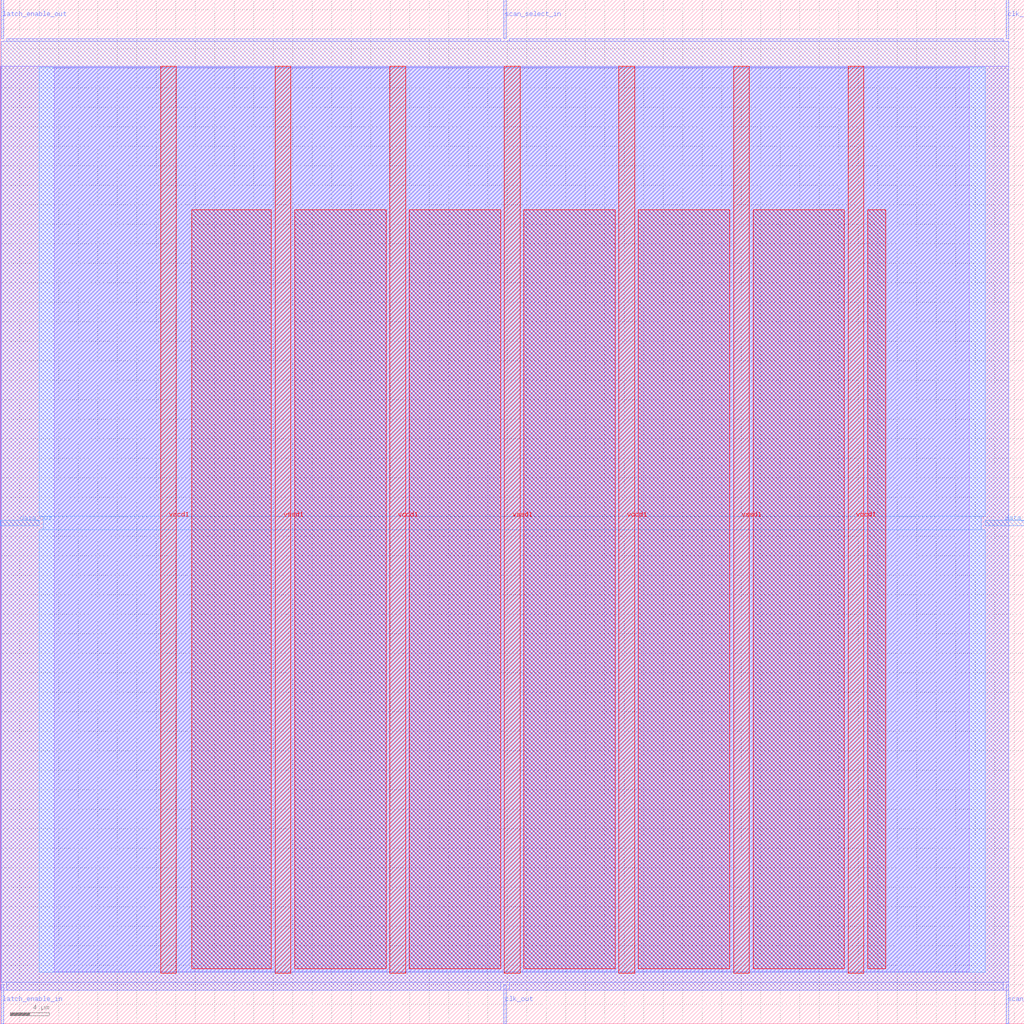
<source format=lef>
VERSION 5.7 ;
  NOWIREEXTENSIONATPIN ON ;
  DIVIDERCHAR "/" ;
  BUSBITCHARS "[]" ;
MACRO scan_wrapper_341521390605697619
  CLASS BLOCK ;
  FOREIGN scan_wrapper_341521390605697619 ;
  ORIGIN 0.000 0.000 ;
  SIZE 105.000 BY 105.000 ;
  PIN clk_in
    DIRECTION INPUT ;
    USE SIGNAL ;
    PORT
      LAYER met2 ;
        RECT 103.130 101.000 103.410 105.000 ;
    END
  END clk_in
  PIN clk_out
    DIRECTION OUTPUT TRISTATE ;
    USE SIGNAL ;
    PORT
      LAYER met2 ;
        RECT 51.610 0.000 51.890 4.000 ;
    END
  END clk_out
  PIN data_in
    DIRECTION INPUT ;
    USE SIGNAL ;
    PORT
      LAYER met3 ;
        RECT 101.000 51.040 105.000 51.640 ;
    END
  END data_in
  PIN data_out
    DIRECTION OUTPUT TRISTATE ;
    USE SIGNAL ;
    PORT
      LAYER met3 ;
        RECT 0.000 51.040 4.000 51.640 ;
    END
  END data_out
  PIN latch_enable_in
    DIRECTION INPUT ;
    USE SIGNAL ;
    PORT
      LAYER met2 ;
        RECT 0.090 0.000 0.370 4.000 ;
    END
  END latch_enable_in
  PIN latch_enable_out
    DIRECTION OUTPUT TRISTATE ;
    USE SIGNAL ;
    PORT
      LAYER met2 ;
        RECT 0.090 101.000 0.370 105.000 ;
    END
  END latch_enable_out
  PIN scan_select_in
    DIRECTION INPUT ;
    USE SIGNAL ;
    PORT
      LAYER met2 ;
        RECT 51.610 101.000 51.890 105.000 ;
    END
  END scan_select_in
  PIN scan_select_out
    DIRECTION OUTPUT TRISTATE ;
    USE SIGNAL ;
    PORT
      LAYER met2 ;
        RECT 103.130 0.000 103.410 4.000 ;
    END
  END scan_select_out
  PIN vccd1
    DIRECTION INOUT ;
    USE POWER ;
    PORT
      LAYER met4 ;
        RECT 16.465 5.200 18.065 98.160 ;
    END
    PORT
      LAYER met4 ;
        RECT 39.955 5.200 41.555 98.160 ;
    END
    PORT
      LAYER met4 ;
        RECT 63.445 5.200 65.045 98.160 ;
    END
    PORT
      LAYER met4 ;
        RECT 86.935 5.200 88.535 98.160 ;
    END
  END vccd1
  PIN vssd1
    DIRECTION INOUT ;
    USE GROUND ;
    PORT
      LAYER met4 ;
        RECT 28.210 5.200 29.810 98.160 ;
    END
    PORT
      LAYER met4 ;
        RECT 51.700 5.200 53.300 98.160 ;
    END
    PORT
      LAYER met4 ;
        RECT 75.190 5.200 76.790 98.160 ;
    END
  END vssd1
  OBS
      LAYER li1 ;
        RECT 5.520 5.355 99.360 98.005 ;
      LAYER met1 ;
        RECT 0.070 3.440 103.430 98.160 ;
      LAYER met2 ;
        RECT 0.650 100.720 51.330 101.000 ;
        RECT 52.170 100.720 102.850 101.000 ;
        RECT 0.100 4.280 103.400 100.720 ;
        RECT 0.650 3.410 51.330 4.280 ;
        RECT 52.170 3.410 102.850 4.280 ;
      LAYER met3 ;
        RECT 4.000 52.040 101.000 98.085 ;
        RECT 4.400 50.640 100.600 52.040 ;
        RECT 4.000 5.275 101.000 50.640 ;
      LAYER met4 ;
        RECT 19.615 5.615 27.810 83.465 ;
        RECT 30.210 5.615 39.555 83.465 ;
        RECT 41.955 5.615 51.300 83.465 ;
        RECT 53.700 5.615 63.045 83.465 ;
        RECT 65.445 5.615 74.790 83.465 ;
        RECT 77.190 5.615 86.535 83.465 ;
        RECT 88.935 5.615 90.785 83.465 ;
  END
END scan_wrapper_341521390605697619
END LIBRARY


</source>
